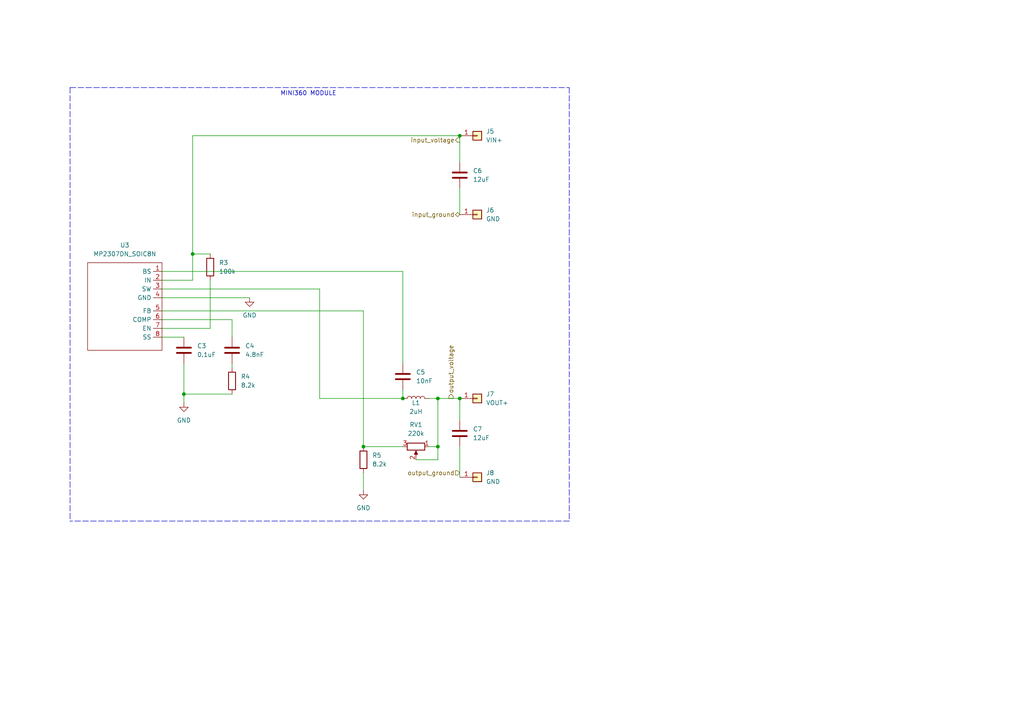
<source format=kicad_sch>
(kicad_sch (version 20211123) (generator eeschema)
  (paper "A4")
  (lib_symbols
    (symbol "Connector_Generic:Conn_01x01" (pin_names (offset 1.016) hide)
      (property "Reference" "J" (at 0 2.54 0))
      (property "Value" "Conn_01x01" (at 0 -2.54 0))
      (symbol "Conn_01x01_1_1"
        (rectangle (start -1.27 0.127) (end 0 -0.127) (stroke (width 0.1524)))
        (rectangle (start -1.27 1.27) (end 1.27 -1.27) (stroke (width 0.254)) (fill (type background)))
        (pin passive line (at -5.08 0 0) (length 3.81) (name "Pin_1") (number "1"))
      )
    )
    (symbol "Device:C" (pin_numbers hide) (pin_names (offset 0.254))
      (property "Reference" "C" (at 0.635 2.54 0))
      (property "Value" "C" (at 0.635 -2.54 0))
      (symbol "C_0_1"
        (polyline (pts (xy -2.032 -0.762) (xy 2.032 -0.762)) (stroke (width 0.508)))
        (polyline (pts (xy -2.032 0.762) (xy 2.032 0.762)) (stroke (width 0.508)))
      )
      (symbol "C_1_1"
        (pin passive line (at 0 3.81 270) (length 2.794) (name "~") (number "1"))
        (pin passive line (at 0 -3.81 90) (length 2.794) (name "~") (number "2"))
      )
    )
    (symbol "Device:L" (pin_numbers hide) (pin_names (offset 1.016) hide)
      (property "Reference" "L" (at -1.27 0 90))
      (property "Value" "L" (at 1.905 0 90))
      (symbol "L_0_1"
        (arc (start 0 -2.54) (mid 0.635 -1.905) (end 0 -1.27))
        (arc (start 0 -1.27) (mid 0.635 -0.635) (end 0 0))
        (arc (start 0 0) (mid 0.635 0.635) (end 0 1.27))
        (arc (start 0 1.27) (mid 0.635 1.905) (end 0 2.54))
      )
      (symbol "L_1_1"
        (pin passive line (at 0 3.81 270) (length 1.27) (name "1") (number "1"))
        (pin passive line (at 0 -3.81 90) (length 1.27) (name "2") (number "2"))
      )
    )
    (symbol "Device:R" (pin_numbers hide) (pin_names (offset 0))
      (property "Reference" "R" (at 2.032 0 90))
      (property "Value" "R" (at 0 0 90))
      (symbol "R_0_1"
        (rectangle (start -1.016 -2.54) (end 1.016 2.54) (stroke (width 0.254)))
      )
      (symbol "R_1_1"
        (pin passive line (at 0 3.81 270) (length 1.27) (name "~") (number "1"))
        (pin passive line (at 0 -3.81 90) (length 1.27) (name "~") (number "2"))
      )
    )
    (symbol "Device:R_Potentiometer" (pin_names (offset 1.016) hide)
      (property "Reference" "RV" (at -4.445 0 90))
      (property "Value" "R_Potentiometer" (at -2.54 0 90))
      (symbol "R_Potentiometer_0_1"
        (polyline (pts (xy 2.54 0) (xy 1.524 0)))
        (polyline (pts (xy 1.143 0) (xy 2.286 0.508) (xy 2.286 -0.508) (xy 1.143 0)) (fill (type outline)))
        (rectangle (start 1.016 2.54) (end -1.016 -2.54) (stroke (width 0.254)))
      )
      (symbol "R_Potentiometer_1_1"
        (pin passive line (at 0 3.81 270) (length 1.27) (name "1") (number "1"))
        (pin passive line (at 3.81 0 180) (length 1.27) (name "2") (number "2"))
        (pin passive line (at 0 -3.81 90) (length 1.27) (name "3") (number "3"))
      )
    )
    (symbol "pda_system_lib:MP2307DN_SOIC8N"
      (property "Reference" "U" (at -2.54 -6.35 0))
      (property "Value" "MP2307DN_SOIC8N" (at 0 -2.54 0))
      (symbol "MP2307DN_SOIC8N_0_1"
        (rectangle (start -10.16 8.89) (end 11.43 -16.51))
      )
      (symbol "MP2307DN_SOIC8N_1_1"
        (pin input line (at 11.43 6.35 180) (length 2.54) (name "BS") (number "1"))
        (pin power_in line (at 11.43 3.81 180) (length 2.54) (name "IN") (number "2"))
        (pin power_out line (at 11.43 1.27 180) (length 2.54) (name "SW") (number "3"))
        (pin power_out line (at 11.43 -1.27 180) (length 2.54) (name "GND") (number "4"))
        (pin input line (at 11.43 -5.08 180) (length 2.54) (name "FB") (number "5"))
        (pin bidirectional line (at 11.43 -7.62 180) (length 2.54) (name "COMP") (number "6"))
        (pin input line (at 11.43 -10.16 180) (length 2.54) (name "EN") (number "7"))
        (pin input line (at 11.43 -12.7 180) (length 2.54) (name "SS") (number "8"))
      )
    )
    (symbol "power:GND" (power) (pin_names (offset 0))
      (property "Value" "GND" (at 0 -3.81 0))
      (symbol "GND_0_1"
        (polyline (pts (xy 0 0) (xy 0 -1.27) (xy 1.27 -1.27) (xy 0 -2.54) (xy -1.27 -1.27) (xy 0 -1.27)))
      )
      (symbol "GND_1_1"
        (pin power_in line (at 0 0 270) (length 0) hide (name "GND") (number "1"))
      )
    )
  )
  (junction (at 127 115.57))
  (junction (at 53.34 114.3))
  (junction (at 127 129.54))
  (junction (at 133.35 39.37))
  (junction (at 105.41 129.54))
  (junction (at 116.84 115.57))
  (junction (at 55.88 73.66))
  (junction (at 133.35 115.57))
  (wire (pts (xy 124.46 115.57) (xy 127 115.57)))
  (wire (pts (xy 127 115.57) (xy 127 129.54)))
  (wire (pts (xy 67.31 105.41) (xy 67.31 106.68)))
  (wire (pts (xy 133.35 115.57) (xy 133.35 121.92)))
  (wire (pts (xy 46.99 81.28) (xy 55.88 81.28)))
  (wire (pts (xy 46.99 78.74) (xy 116.84 78.74)))
  (wire (pts (xy 55.88 73.66) (xy 55.88 39.37)))
  (wire (pts (xy 55.88 73.66) (xy 60.96 73.66)))
  (wire (pts (xy 55.88 39.37) (xy 133.35 39.37)))
  (wire (pts (xy 46.99 90.17) (xy 105.41 90.17)))
  (wire (pts (xy 92.71 83.82) (xy 92.71 115.57)))
  (wire (pts (xy 55.88 81.28) (xy 55.88 73.66)))
  (wire (pts (xy 92.71 115.57) (xy 116.84 115.57)))
  (wire (pts (xy 53.34 114.3) (xy 53.34 116.84)))
  (wire (pts (xy 46.99 92.71) (xy 67.31 92.71)))
  (wire (pts (xy 105.41 90.17) (xy 105.41 129.54)))
  (polyline (pts (xy 20.32 25.4) (xy 20.32 151.13)))
  (wire (pts (xy 53.34 114.3) (xy 67.31 114.3)))
  (wire (pts (xy 53.34 105.41) (xy 53.34 114.3)))
  (wire (pts (xy 105.41 129.54) (xy 116.84 129.54)))
  (wire (pts (xy 133.35 129.54) (xy 133.35 138.43)))
  (wire (pts (xy 116.84 78.74) (xy 116.84 105.41)))
  (wire (pts (xy 127 115.57) (xy 133.35 115.57)))
  (wire (pts (xy 46.99 83.82) (xy 92.71 83.82)))
  (wire (pts (xy 60.96 81.28) (xy 60.96 95.25)))
  (wire (pts (xy 67.31 92.71) (xy 67.31 97.79)))
  (polyline (pts (xy 20.32 25.4) (xy 165.1 25.4)))
  (wire (pts (xy 133.35 39.37) (xy 133.35 46.99)))
  (polyline (pts (xy 165.1 25.4) (xy 165.1 151.13)))
  (wire (pts (xy 116.84 113.03) (xy 116.84 115.57)))
  (wire (pts (xy 46.99 86.36) (xy 72.39 86.36)))
  (wire (pts (xy 120.65 133.35) (xy 127 133.35)))
  (wire (pts (xy 124.46 129.54) (xy 127 129.54)))
  (wire (pts (xy 46.99 97.79) (xy 53.34 97.79)))
  (wire (pts (xy 46.99 95.25) (xy 60.96 95.25)))
  (wire (pts (xy 105.41 137.16) (xy 105.41 142.24)))
  (wire (pts (xy 127 133.35) (xy 127 129.54)))
  (polyline (pts (xy 165.1 151.13) (xy 20.32 151.13)))
  (wire (pts (xy 133.35 54.61) (xy 133.35 62.23)))
  (text "MINI360 MODULE" (at 81.28 27.94 0) (effects (font (size 1.27 1.27)) (justify left bottom)))
  (hierarchical_label "input_ground" (shape bidirectional) (at 133.35 62.23 180))
  (hierarchical_label "output_ground" (shape input) (at 133.35 137.16 180))
  (hierarchical_label "output_voltage" (shape output) (at 130.81 115.57 90))
  (hierarchical_label "input_voltage" (shape output) (at 133.35 40.64 180))
  (symbol (lib_id "Device:R") (at 60.96 77.47 0) (unit 1)
    (property "Reference" "R3" (at 63.5 76.1999 0) (effects (justify left)))
    (property "Value" "100k" (at 63.5 78.7399 0) (effects (justify left)))
  )
  (symbol (lib_id "Device:R") (at 67.31 110.49 0) (unit 1)
    (property "Reference" "R4" (at 69.85 109.2199 0) (effects (justify left)))
    (property "Value" "8.2k" (at 69.85 111.7599 0) (effects (justify left)))
  )
  (symbol (lib_id "Connector_Generic:Conn_01x01") (at 138.43 138.43 0) (unit 1)
    (property "Reference" "J8" (at 140.97 137.1599 0) (effects (justify left)))
    (property "Value" "GND" (at 140.97 139.6999 0) (effects (justify left)))
  )
  (symbol (lib_id "Device:C") (at 116.84 109.22 0) (unit 1)
    (property "Reference" "C5" (at 120.65 107.9499 0) (effects (justify left)))
    (property "Value" "10nF" (at 120.65 110.4899 0) (effects (justify left)))
  )
  (symbol (lib_id "Device:C") (at 133.35 50.8 0) (unit 1)
    (property "Reference" "C6" (at 137.16 49.5299 0) (effects (justify left)))
    (property "Value" "12uF" (at 137.16 52.0699 0) (effects (justify left)))
  )
  (symbol (lib_id "Connector_Generic:Conn_01x01") (at 138.43 62.23 0) (unit 1)
    (property "Reference" "J6" (at 140.97 60.9599 0) (effects (justify left)))
    (property "Value" "GND" (at 140.97 63.4999 0) (effects (justify left)))
  )
  (symbol (lib_id "Device:R") (at 105.41 133.35 0) (unit 1)
    (property "Reference" "R5" (at 107.95 132.0799 0) (effects (justify left)))
    (property "Value" "8.2k" (at 107.95 134.6199 0) (effects (justify left)))
  )
  (symbol (lib_id "Device:R_Potentiometer") (at 120.65 129.54 270) (unit 1)
    (property "Reference" "RV1" (at 120.65 123.19 90))
    (property "Value" "220k" (at 120.65 125.73 90))
  )
  (symbol (lib_id "Connector_Generic:Conn_01x01") (at 138.43 115.57 0) (unit 1)
    (property "Reference" "J7" (at 140.97 114.2999 0) (effects (justify left)))
    (property "Value" "VOUT+" (at 140.97 116.8399 0) (effects (justify left)))
  )
  (symbol (lib_id "Device:C") (at 133.35 125.73 0) (unit 1)
    (property "Reference" "C7" (at 137.16 124.4599 0) (effects (justify left)))
    (property "Value" "12uF" (at 137.16 126.9999 0) (effects (justify left)))
  )
  (symbol (lib_id "Device:L") (at 120.65 115.57 90) (unit 1)
    (property "Reference" "L1" (at 120.65 116.84 90))
    (property "Value" "2uH" (at 120.65 119.38 90))
  )
  (symbol (lib_id "power:GND") (at 105.41 142.24 0) (unit 1)
    (property "Reference" "#PWR0105" (effects hide))
    (property "Value" "GND" (at 105.41 147.32 0))
  )
  (symbol (lib_id "Device:C") (at 67.31 101.6 0) (unit 1)
    (property "Reference" "C4" (at 71.12 100.3299 0) (effects (justify left)))
    (property "Value" "4.8nF" (at 71.12 102.8699 0) (effects (justify left)))
  )
  (symbol (lib_id "Device:C") (at 53.34 101.6 0) (unit 1)
    (property "Reference" "C3" (at 57.15 100.3299 0) (effects (justify left)))
    (property "Value" "0.1uF" (at 57.15 102.8699 0) (effects (justify left)))
  )
  (symbol (lib_id "pda_system_lib:MP2307DN_SOIC8N") (at 35.56 85.09 0) (unit 1)
    (property "Reference" "U3" (at 36.195 71.12 0))
    (property "Value" "MP2307DN_SOIC8N" (at 36.195 73.66 0))
    (property "Footprint" "Package_SO:SOIC-8-1EP_3.9x4.9mm_P1.27mm_EP2.29x3mm" (effects hide))
    (property "Datasheet" "MP2307" (effects hide))
  )
  (symbol (lib_id "power:GND") (at 53.34 116.84 0) (unit 1)
    (property "Reference" "#PWR0101" (effects hide))
    (property "Value" "GND" (at 53.34 121.92 0))
  )
  (symbol (lib_id "Connector_Generic:Conn_01x01") (at 138.43 39.37 0) (unit 1)
    (property "Reference" "J5" (at 140.97 38.0999 0) (effects (justify left)))
    (property "Value" "VIN+" (at 140.97 40.6399 0) (effects (justify left)))
  )
  (symbol (lib_id "power:GND") (at 72.39 86.36 0) (unit 1)
    (property "Reference" "#PWR0102" (effects hide))
    (property "Value" "GND" (at 72.39 91.44 0))
  )
)
</source>
